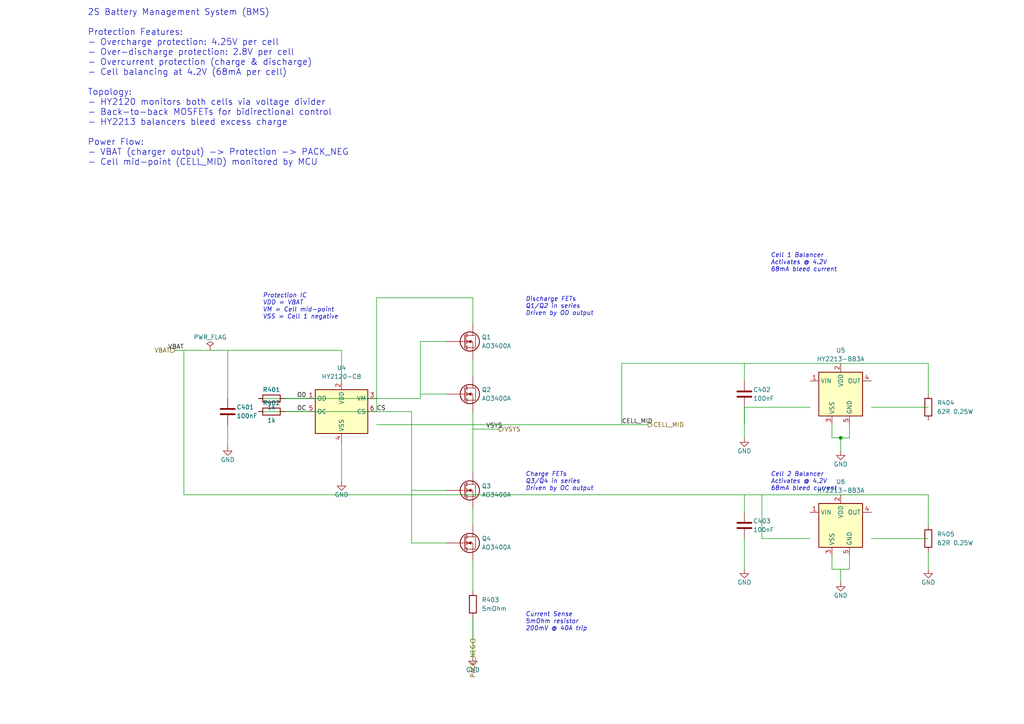
<source format=kicad_sch>
(kicad_sch (version 20231120) (generator "eeschema") (generator_version "8.0")
  (paper "A4")
  (title_block (title "Section 04: BMS") (date "2026-01-28") (rev "0.1") (company "IMSAFE Project") (comment 1 "HY2120 Protection + HY2213 Balancers") (comment 2 "2S Li-ion Cell Protection and Balancing"))
  (lib_symbols
    (symbol "Device:C" (pin_numbers hide) (pin_names (offset 0.254))
      (property "Reference" "C" (at 0.635 2.54 0))
      (property "Value" "C" (at 0.635 -2.54 0))
      (symbol "C_0_1"
        (polyline (pts (xy -2.032 -0.762) (xy 2.032 -0.762)) (stroke (width 0.508)))
        (polyline (pts (xy -2.032 0.762) (xy 2.032 0.762)) (stroke (width 0.508)))
      )
      (symbol "C_1_1"
        (pin passive line (at 0 3.81 270) (length 2.794) (name "~") (number "1"))
        (pin passive line (at 0 -3.81 90) (length 2.794) (name "~") (number "2"))
      )
    )
    (symbol "Device:R" (pin_numbers hide) (pin_names (offset 0))
      (property "Reference" "R" (at 2.032 0 90))
      (property "Value" "R" (at 0 0 90))
      (symbol "R_0_1"
        (rectangle (start -1.016 -2.54) (end 1.016 2.54) (stroke (width 0.254)))
      )
      (symbol "R_1_1"
        (pin passive line (at 0 3.81 270) (length 1.27) (name "~") (number "1"))
        (pin passive line (at 0 -3.81 90) (length 1.27) (name "~") (number "2"))
      )
    )
    (symbol "Device:Q_NMOS_GDS" (pin_numbers hide) (pin_names (offset 0) hide)
      (property "Reference" "Q" (at 5.08 1.27 0))
      (property "Value" "Q_NMOS_GDS" (at 5.08 -1.27 0))
      (symbol "Q_NMOS_GDS_0_1"
        (polyline (pts (xy 0.254 0) (xy -2.54 0)))
        (polyline (pts (xy 0.254 1.905) (xy 0.254 -1.905)) (stroke (width 0.254)))
        (polyline (pts (xy 0.762 -1.27) (xy 0.762 -2.286)) (stroke (width 0.254)))
        (polyline (pts (xy 0.762 0.508) (xy 0.762 -0.508)) (stroke (width 0.254)))
        (polyline (pts (xy 0.762 2.286) (xy 0.762 1.27)) (stroke (width 0.254)))
        (polyline (pts (xy 2.54 2.54) (xy 2.54 1.778)))
        (polyline (pts (xy 2.54 -2.54) (xy 2.54 0) (xy 0.762 0)))
        (polyline (pts (xy 0.762 -1.778) (xy 3.302 -1.778) (xy 3.302 1.778) (xy 0.762 1.778)))
        (polyline (pts (xy 1.016 0) (xy 2.032 0.381) (xy 2.032 -0.381) (xy 1.016 0)) (fill (type outline)))
        (circle (center 1.651 0) (radius 2.794) (stroke (width 0.254)))
      )
      (symbol "Q_NMOS_GDS_1_1"
        (pin input line (at -5.08 0 0) (length 2.54) (name "G") (number "1"))
        (pin passive line (at 2.54 5.08 270) (length 2.54) (name "D") (number "2"))
        (pin passive line (at 2.54 -5.08 90) (length 2.54) (name "S") (number "3"))
      )
    )
    (symbol "power:GND" (power) (pin_numbers hide) (pin_names (offset 0) hide)
      (property "Value" "GND" (at 0 -3.81 0))
      (symbol "GND_0_1"
        (polyline (pts (xy 0 0) (xy 0 -1.27) (xy 1.27 -1.27) (xy 0 -2.54) (xy -1.27 -1.27) (xy 0 -1.27)))
      )
      (symbol "GND_1_1"
        (pin power_in line (at 0 0 270) (length 0) (name "GND") (number "1"))
      )
    )
    (symbol "BMS:HY2120-CB"
      (property "Reference" "U" (at 0 10.16 0))
      (property "Value" "HY2120-CB" (at 0 7.62 0))
      (symbol "HY2120-CB_0_1"
        (rectangle (start -7.62 6.35) (end 7.62 -6.35) (stroke (width 0.254)) (fill (type background)))
      )
      (symbol "HY2120-CB_1_1"
        (pin output line (at -10.16 3.81 0) (length 2.54) (name "OD") (number "1"))
        (pin power_in line (at 0 8.89 270) (length 2.54) (name "VDD") (number "2"))
        (pin input line (at 10.16 3.81 180) (length 2.54) (name "VM") (number "3"))
        (pin power_in line (at 0 -8.89 90) (length 2.54) (name "VSS") (number "4"))
        (pin output line (at -10.16 0 0) (length 2.54) (name "OC") (number "5"))
        (pin input line (at 10.16 0 180) (length 2.54) (name "CS") (number "6"))
      )
    )
    (symbol "power:PWR_FLAG" (power) (pin_numbers hide) (pin_names (offset 0) hide)
      (property "Value" "PWR_FLAG" (at 0 3.81 0))
      (symbol "PWR_FLAG_0_0"
        (pin power_out line (at 0 0 90) (length 0) (name "pwr") (number "1"))
      )
      (symbol "PWR_FLAG_0_1"
        (polyline (pts (xy 0 0) (xy 0 1.27) (xy -1.016 1.905) (xy 0 2.54) (xy 1.016 1.905) (xy 0 1.27)))
      )
    )
    (symbol "BMS:HY2213-BB3A"
      (property "Reference" "U" (at 0 10.16 0))
      (property "Value" "HY2213-BB3A" (at 0 7.62 0))
      (symbol "HY2213-BB3A_0_1"
        (rectangle (start -6.35 6.35) (end 6.35 -6.35) (stroke (width 0.254)) (fill (type background)))
      )
      (symbol "HY2213-BB3A_1_1"
        (pin input line (at -8.89 3.81 0) (length 2.54) (name "VIN") (number "1"))
        (pin power_in line (at 0 8.89 270) (length 2.54) (name "VDD") (number "2"))
        (pin power_in line (at -2.54 -8.89 90) (length 2.54) (name "VSS") (number "3"))
        (pin output line (at 8.89 3.81 180) (length 2.54) (name "OUT") (number "4"))
        (pin power_in line (at 2.54 -8.89 90) (length 2.54) (name "GND") (number "5"))
        (pin no_connect line (at 8.89 0 180) (length 2.54) hide (name "NC") (number "6"))
      )
    )
  )
  (text "2S Battery Management System (BMS)\n\nProtection Features:\n- Overcharge protection: 4.25V per cell\n- Over-discharge protection: 2.8V per cell\n- Overcurrent protection (charge & discharge)\n- Cell balancing at 4.2V (68mA per cell)\n\nTopology:\n- HY2120 monitors both cells via voltage divider\n- Back-to-back MOSFETs for bidirectional control\n- HY2213 balancers bleed excess charge\n\nPower Flow:\n- VBAT (charger output) -> Protection -> PACK_NEG\n- Cell mid-point (CELL_MID) monitored by MCU" (at 25.4 25.4 0) (effects (font (size 1.8 1.8)) (justify left)))
  (text "Protection IC\nVDD = VBAT\nVM = Cell mid-point\nVSS = Cell 1 negative" (at 76.2 88.9 0) (effects (font (size 1.27 1.27) (italic yes)) (justify left)))
  (text "Discharge FETs\nQ1/Q2 in series\nDriven by OD output" (at 152.4 88.9 0) (effects (font (size 1.27 1.27) (italic yes)) (justify left)))
  (text "Charge FETs\nQ3/Q4 in series\nDriven by OC output" (at 152.4 139.7 0) (effects (font (size 1.27 1.27) (italic yes)) (justify left)))
  (text "Current Sense\n5mOhm resistor\n200mV @ 40A trip" (at 152.4 180.34 0) (effects (font (size 1.27 1.27) (italic yes)) (justify left)))
  (text "Cell 1 Balancer\nActivates @ 4.2V\n68mA bleed current" (at 223.52 76.2 0) (effects (font (size 1.27 1.27) (italic yes)) (justify left)))
  (text "Cell 2 Balancer\nActivates @ 4.2V\n68mA bleed current" (at 223.52 139.7 0) (effects (font (size 1.27 1.27) (italic yes)) (justify left)))
  (symbol (lib_id "BMS:HY2120-CB") (at 99.06 119.38 0) (unit 1)
    (property "Reference" "U4" (at 99.06 106.68 0))
    (property "Value" "HY2120-CB" (at 99.06 109.22 0))
    (property "Footprint" "Package_TO_SOT_SMD:SOT-23-6" (effects hide))
    (property "Datasheet" "https://www.hycontek.com/wp-content/uploads/DS-HY2120_EN.pdf" (effects hide))
    (property "JLCPCB" "C113632" (effects hide))
  )
  (symbol (lib_id "BMS:HY2213-BB3A") (at 243.84 114.3 0) (unit 1)
    (property "Reference" "U5" (at 243.84 101.6 0))
    (property "Value" "HY2213-BB3A" (at 243.84 104.14 0))
    (property "Footprint" "Package_TO_SOT_SMD:SOT-23-6" (effects hide))
    (property "JLCPCB" "C113633" (effects hide))
  )
  (symbol (lib_id "BMS:HY2213-BB3A") (at 243.84 152.4 0) (unit 1)
    (property "Reference" "U6" (at 243.84 139.7 0))
    (property "Value" "HY2213-BB3A" (at 243.84 142.24 0))
    (property "Footprint" "Package_TO_SOT_SMD:SOT-23-6" (effects hide))
    (property "JLCPCB" "C113633" (effects hide))
  )
  (symbol (lib_id "Device:Q_NMOS_GDS") (at 134.62 99.06 0) (unit 1)
    (property "Reference" "Q1" (at 139.7 97.79 0) (effects (justify left)))
    (property "Value" "AO3400A" (at 139.7 100.33 0) (effects (justify left)))
    (property "Footprint" "Package_TO_SOT_SMD:SOT-23" (effects hide))
    (property "JLCPCB" "C20917" (effects hide))
  )
  (symbol (lib_id "Device:Q_NMOS_GDS") (at 134.62 114.3 0) (unit 1)
    (property "Reference" "Q2" (at 139.7 113.03 0) (effects (justify left)))
    (property "Value" "AO3400A" (at 139.7 115.57 0) (effects (justify left)))
    (property "Footprint" "Package_TO_SOT_SMD:SOT-23" (effects hide))
    (property "JLCPCB" "C20917" (effects hide))
  )
  (symbol (lib_id "Device:Q_NMOS_GDS") (at 134.62 142.24 0) (unit 1)
    (property "Reference" "Q3" (at 139.7 140.97 0) (effects (justify left)))
    (property "Value" "AO3400A" (at 139.7 143.51 0) (effects (justify left)))
    (property "Footprint" "Package_TO_SOT_SMD:SOT-23" (effects hide))
    (property "JLCPCB" "C20917" (effects hide))
  )
  (symbol (lib_id "Device:Q_NMOS_GDS") (at 134.62 157.48 0) (unit 1)
    (property "Reference" "Q4" (at 139.7 156.21 0) (effects (justify left)))
    (property "Value" "AO3400A" (at 139.7 158.75 0) (effects (justify left)))
    (property "Footprint" "Package_TO_SOT_SMD:SOT-23" (effects hide))
    (property "JLCPCB" "C20917" (effects hide))
  )
  (symbol (lib_id "Device:C") (at 66.04 119.38 0) (unit 1)
    (property "Reference" "C401" (at 68.58 118.11 0) (effects (justify left)))
    (property "Value" "100nF" (at 68.58 120.65 0) (effects (justify left)))
    (property "Footprint" "Capacitor_SMD:C_0603_1608Metric" (effects hide))
    (property "JLCPCB" "C14663" (effects hide))
  )
  (symbol (lib_id "Device:C") (at 215.9 114.3 0) (unit 1)
    (property "Reference" "C402" (at 218.44 113.03 0) (effects (justify left)))
    (property "Value" "100nF" (at 218.44 115.57 0) (effects (justify left)))
    (property "Footprint" "Capacitor_SMD:C_0603_1608Metric" (effects hide))
    (property "JLCPCB" "C14663" (effects hide))
  )
  (symbol (lib_id "Device:C") (at 215.9 152.4 0) (unit 1)
    (property "Reference" "C403" (at 218.44 151.13 0) (effects (justify left)))
    (property "Value" "100nF" (at 218.44 153.67 0) (effects (justify left)))
    (property "Footprint" "Capacitor_SMD:C_0603_1608Metric" (effects hide))
    (property "JLCPCB" "C14663" (effects hide))
  )
  (symbol (lib_id "Device:R") (at 78.74 115.57 90) (unit 1)
    (property "Reference" "R401" (at 78.74 113.03 90))
    (property "Value" "1k" (at 78.74 118.11 90))
    (property "Footprint" "Resistor_SMD:R_0603_1608Metric" (effects hide))
    (property "JLCPCB" "C21190" (effects hide))
  )
  (symbol (lib_id "Device:R") (at 78.74 119.38 90) (unit 1)
    (property "Reference" "R402" (at 78.74 116.84 90))
    (property "Value" "1k" (at 78.74 121.92 90))
    (property "Footprint" "Resistor_SMD:R_0603_1608Metric" (effects hide))
    (property "JLCPCB" "C21190" (effects hide))
  )
  (symbol (lib_id "Device:R") (at 137.16 175.26 0) (unit 1)
    (property "Reference" "R403" (at 139.7 173.99 0) (effects (justify left)))
    (property "Value" "5mOhm" (at 139.7 176.53 0) (effects (justify left)))
    (property "Footprint" "Resistor_SMD:R_1206_3216Metric" (effects hide))
    (property "JLCPCB" "C2933641" (effects hide))
  )
  (symbol (lib_id "Device:R") (at 269.24 118.11 0) (unit 1)
    (property "Reference" "R404" (at 271.78 116.84 0) (effects (justify left)))
    (property "Value" "62R 0.25W" (at 271.78 119.38 0) (effects (justify left)))
    (property "Footprint" "Resistor_SMD:R_0805_2012Metric" (effects hide))
    (property "JLCPCB" "C17828" (effects hide))
  )
  (symbol (lib_id "Device:R") (at 269.24 156.21 0) (unit 1)
    (property "Reference" "R405" (at 271.78 154.94 0) (effects (justify left)))
    (property "Value" "62R 0.25W" (at 271.78 157.48 0) (effects (justify left)))
    (property "Footprint" "Resistor_SMD:R_0805_2012Metric" (effects hide))
    (property "JLCPCB" "C17828" (effects hide))
  )
  (symbol (lib_id "power:GND") (at 99.06 139.7 0) (unit 1)
    (property "Reference" "#PWR0401" (effects hide))
    (property "Value" "GND" (at 99.06 143.51 0))
  )
  (symbol (lib_id "power:GND") (at 66.04 129.54 0) (unit 1)
    (property "Reference" "#PWR0402" (effects hide))
    (property "Value" "GND" (at 66.04 133.35 0))
  )
  (symbol (lib_id "power:GND") (at 215.9 127 0) (unit 1)
    (property "Reference" "#PWR0403" (effects hide))
    (property "Value" "GND" (at 215.9 130.81 0))
  )
  (symbol (lib_id "power:GND") (at 215.9 165.1 0) (unit 1)
    (property "Reference" "#PWR0404" (effects hide))
    (property "Value" "GND" (at 215.9 168.91 0))
  )
  (symbol (lib_id "power:GND") (at 137.16 190.5 0) (unit 1)
    (property "Reference" "#PWR0405" (effects hide))
    (property "Value" "GND" (at 137.16 194.31 0))
  )
  (wire (pts (xy 53.34 101.6) (xy 99.06 101.6)))
  (wire (pts (xy 99.06 101.6) (xy 99.06 110.49)))
  (wire (pts (xy 66.04 101.6) (xy 66.04 115.57)))
  (wire (pts (xy 66.04 123.19) (xy 66.04 129.54)))
  (wire (pts (xy 99.06 128.27) (xy 99.06 139.7)))
  (wire (pts (xy 109.22 123.19) (xy 180.34 123.19)))
  (wire (pts (xy 88.9 115.57) (xy 74.93 115.57)))
  (wire (pts (xy 82.55 115.57) (xy 121.92 115.57)))
  (wire (pts (xy 121.92 115.57) (xy 121.92 99.06)))
  (wire (pts (xy 121.92 99.06) (xy 129.54 99.06)))
  (wire (pts (xy 121.92 114.3) (xy 129.54 114.3)))
  (wire (pts (xy 88.9 119.38) (xy 74.93 119.38)))
  (wire (pts (xy 82.55 119.38) (xy 119.38 119.38)))
  (wire (pts (xy 119.38 119.38) (xy 119.38 142.24)))
  (wire (pts (xy 119.38 142.24) (xy 129.54 142.24)))
  (wire (pts (xy 119.38 142.24) (xy 119.38 157.48)))
  (wire (pts (xy 119.38 157.48) (xy 129.54 157.48)))
  (wire (pts (xy 137.16 94.0) (xy 137.16 86.36)))
  (wire (pts (xy 137.16 86.36) (xy 109.22 86.36)))
  (wire (pts (xy 109.22 86.36) (xy 109.22 119.38)))
  (wire (pts (xy 137.16 104.14) (xy 137.16 109.22)))
  (wire (pts (xy 137.16 119.38) (xy 137.16 124.46)))
  (wire (pts (xy 137.16 124.46) (xy 137.16 137.16)))
  (wire (pts (xy 137.16 147.32) (xy 137.16 152.4)))
  (wire (pts (xy 137.16 162.56) (xy 137.16 171.45)))
  (wire (pts (xy 137.16 179.07) (xy 137.16 190.5)))
  (wire (pts (xy 53.34 101.6) (xy 53.34 143.51)))
  (wire (pts (xy 53.34 143.51) (xy 215.9 143.51)))
  (wire (pts (xy 215.9 143.51) (xy 243.84 143.51)))
  (wire (pts (xy 215.9 143.51) (xy 215.9 148.59)))
  (wire (pts (xy 215.9 156.21) (xy 215.9 165.1)))
  (wire (pts (xy 180.34 105.41) (xy 243.84 105.41)))
  (wire (pts (xy 180.34 123.19) (xy 180.34 105.41)))
  (wire (pts (xy 215.9 105.41) (xy 215.9 110.49)))
  (wire (pts (xy 215.9 118.11) (xy 215.9 127)))
  (wire (pts (xy 234.95 118.11) (xy 215.9 118.11)))
  (wire (pts (xy 215.9 118.11) (xy 215.9 123.19)))
  (wire (pts (xy 252.73 118.11) (xy 269.24 118.11)))
  (wire (pts (xy 269.24 114.3) (xy 269.24 105.41)))
  (wire (pts (xy 269.24 105.41) (xy 243.84 105.41)))
  (wire (pts (xy 234.95 156.21) (xy 220.98 156.21)))
  (wire (pts (xy 220.98 156.21) (xy 220.98 143.51)))
  (wire (pts (xy 252.73 156.21) (xy 269.24 156.21)))
  (wire (pts (xy 269.24 152.4) (xy 269.24 143.51)))
  (wire (pts (xy 269.24 143.51) (xy 243.84 143.51)))
  (wire (pts (xy 269.24 160.02) (xy 269.24 165.1)))
  (wire (pts (xy 246.38 123.19) (xy 246.38 127)))
  (wire (pts (xy 241.3 123.19) (xy 241.3 127)))
  (wire (pts (xy 241.3 127) (xy 243.84 127)))
  (wire (pts (xy 243.84 127) (xy 246.38 127)))
  (wire (pts (xy 243.84 127) (xy 243.84 130.81)))
  (junction (at 243.84 127))
  (wire (pts (xy 246.38 161.29) (xy 246.38 165.1)))
  (wire (pts (xy 241.3 161.29) (xy 241.3 165.1)))
  (wire (pts (xy 241.3 165.1) (xy 246.38 165.1)))
  (wire (pts (xy 243.84 165.1) (xy 243.84 168.91)))
  (symbol (lib_id "power:GND") (at 243.84 130.81 0) (unit 1)
    (property "Reference" "#PWR0406" (effects hide))
    (property "Value" "GND" (at 243.84 134.62 0))
  )
  (symbol (lib_id "power:GND") (at 243.84 168.91 0) (unit 1)
    (property "Reference" "#PWR0407" (effects hide))
    (property "Value" "GND" (at 243.84 172.72 0))
  )
  (symbol (lib_id "power:GND") (at 269.24 165.1 0) (unit 1)
    (property "Reference" "#PWR0408" (effects hide))
    (property "Value" "GND" (at 269.24 168.91 0))
  )
  (label "VBAT" (at 53.34 101.6 180))
  (label "CELL_MID" (at 180.34 123.19 0))
  (label "OD" (at 88.9 115.57 180))
  (label "OC" (at 88.9 119.38 180))
  (label "CS" (at 109.22 119.38 0))
  (hierarchical_label "VBAT" (shape input) (at 50.8 101.6 180))
  (hierarchical_label "CELL_MID" (shape output) (at 187.96 123.19 0))
  (hierarchical_label "PACK_NEG" (shape output) (at 137.16 185.42 270))
  (hierarchical_label "VSYS" (shape output) (at 144.78 124.46 0))
  (wire (pts (xy 50.8 101.6) (xy 53.34 101.6)))
  (wire (pts (xy 180.34 123.19) (xy 187.96 123.19)))
  (wire (pts (xy 137.16 179.07) (xy 137.16 185.42)))
  (wire (pts (xy 137.16 124.46) (xy 144.78 124.46)))
  (label "VSYS" (at 140.97 124.46 0))
  (symbol (lib_id "power:PWR_FLAG") (at 60.96 101.6 0) (unit 1)
    (property "Reference" "#FLG0401" (effects hide))
    (property "Value" "PWR_FLAG" (at 60.96 97.79 0))
  )
)
</source>
